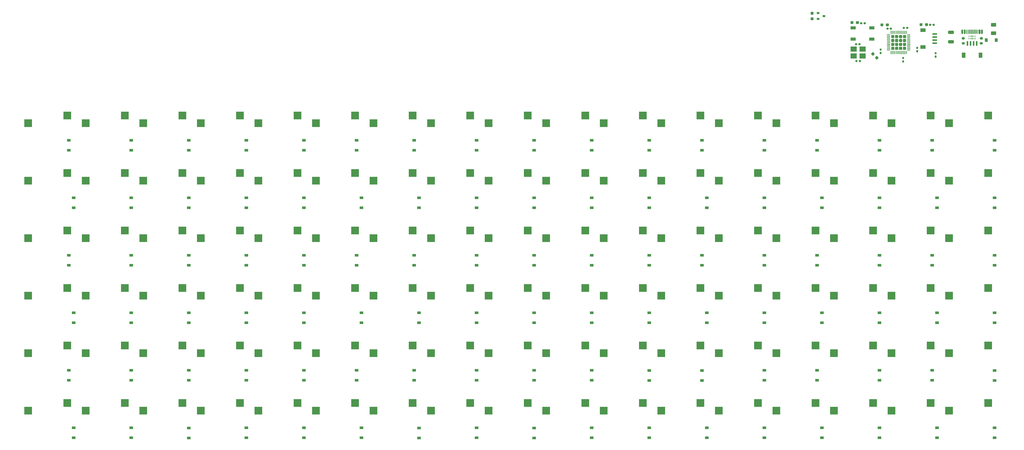
<source format=gbp>
G04 #@! TF.GenerationSoftware,KiCad,Pcbnew,(5.1.10)-1*
G04 #@! TF.CreationDate,2021-12-06T23:46:42-03:00*
G04 #@! TF.ProjectId,Poto-Rev2,506f746f-2d52-4657-9632-2e6b69636164,C3*
G04 #@! TF.SameCoordinates,Original*
G04 #@! TF.FileFunction,Paste,Bot*
G04 #@! TF.FilePolarity,Positive*
%FSLAX46Y46*%
G04 Gerber Fmt 4.6, Leading zero omitted, Abs format (unit mm)*
G04 Created by KiCad (PCBNEW (5.1.10)-1) date 2021-12-06 23:46:42*
%MOMM*%
%LPD*%
G01*
G04 APERTURE LIST*
%ADD10R,1.800000X1.100000*%
%ADD11R,2.550000X2.500000*%
%ADD12R,0.900000X0.800000*%
%ADD13R,1.200000X0.900000*%
%ADD14R,1.200000X1.800000*%
%ADD15R,0.600000X1.550000*%
%ADD16R,1.550000X0.600000*%
%ADD17R,1.800000X1.200000*%
%ADD18R,0.250000X0.550000*%
%ADD19R,0.300000X0.550000*%
%ADD20R,2.100000X1.800000*%
G04 APERTURE END LIST*
G36*
G01*
X319787500Y-90391000D02*
X319787500Y-90711000D01*
G75*
G02*
X319627500Y-90871000I-160000J0D01*
G01*
X319182500Y-90871000D01*
G75*
G02*
X319022500Y-90711000I0J160000D01*
G01*
X319022500Y-90391000D01*
G75*
G02*
X319182500Y-90231000I160000J0D01*
G01*
X319627500Y-90231000D01*
G75*
G02*
X319787500Y-90391000I0J-160000D01*
G01*
G37*
G36*
G01*
X320932500Y-90391000D02*
X320932500Y-90711000D01*
G75*
G02*
X320772500Y-90871000I-160000J0D01*
G01*
X320327500Y-90871000D01*
G75*
G02*
X320167500Y-90711000I0J160000D01*
G01*
X320167500Y-90391000D01*
G75*
G02*
X320327500Y-90231000I160000J0D01*
G01*
X320772500Y-90231000D01*
G75*
G02*
X320932500Y-90391000I0J-160000D01*
G01*
G37*
G36*
G01*
X342609500Y-90899000D02*
X342609500Y-91219000D01*
G75*
G02*
X342449500Y-91379000I-160000J0D01*
G01*
X342004500Y-91379000D01*
G75*
G02*
X341844500Y-91219000I0J160000D01*
G01*
X341844500Y-90899000D01*
G75*
G02*
X342004500Y-90739000I160000J0D01*
G01*
X342449500Y-90739000D01*
G75*
G02*
X342609500Y-90899000I0J-160000D01*
G01*
G37*
G36*
G01*
X343754500Y-90899000D02*
X343754500Y-91219000D01*
G75*
G02*
X343594500Y-91379000I-160000J0D01*
G01*
X343149500Y-91379000D01*
G75*
G02*
X342989500Y-91219000I0J160000D01*
G01*
X342989500Y-90899000D01*
G75*
G02*
X343149500Y-90739000I160000J0D01*
G01*
X343594500Y-90739000D01*
G75*
G02*
X343754500Y-90899000I0J-160000D01*
G01*
G37*
D10*
X316749500Y-95766500D03*
X322949500Y-95766500D03*
X316749500Y-92066500D03*
X322949500Y-92066500D03*
D11*
X291365000Y-161766250D03*
X304265000Y-159226250D03*
X329465000Y-161766250D03*
X342365000Y-159226250D03*
X253265000Y-161766250D03*
X266165000Y-159226250D03*
X158015000Y-161766250D03*
X170915000Y-159226250D03*
X348515000Y-123666250D03*
X361415000Y-121126250D03*
X100865000Y-161766250D03*
X113765000Y-159226250D03*
X100865000Y-123666250D03*
X113765000Y-121126250D03*
X81815000Y-123666250D03*
X94715000Y-121126250D03*
X62765000Y-142716250D03*
X75665000Y-140176250D03*
X62765000Y-199866250D03*
X75665000Y-197326250D03*
X43715000Y-199866250D03*
X56615000Y-197326250D03*
X81815000Y-180816250D03*
X94715000Y-178276250D03*
D12*
X307101750Y-88138000D03*
X305101750Y-87188000D03*
X305101750Y-89088000D03*
G36*
G01*
X302911500Y-88563000D02*
X303386500Y-88563000D01*
G75*
G02*
X303624000Y-88800500I0J-237500D01*
G01*
X303624000Y-89300500D01*
G75*
G02*
X303386500Y-89538000I-237500J0D01*
G01*
X302911500Y-89538000D01*
G75*
G02*
X302674000Y-89300500I0J237500D01*
G01*
X302674000Y-88800500D01*
G75*
G02*
X302911500Y-88563000I237500J0D01*
G01*
G37*
G36*
G01*
X302911500Y-86738000D02*
X303386500Y-86738000D01*
G75*
G02*
X303624000Y-86975500I0J-237500D01*
G01*
X303624000Y-87475500D01*
G75*
G02*
X303386500Y-87713000I-237500J0D01*
G01*
X302911500Y-87713000D01*
G75*
G02*
X302674000Y-87475500I0J237500D01*
G01*
X302674000Y-86975500D01*
G75*
G02*
X302911500Y-86738000I237500J0D01*
G01*
G37*
D11*
X43715000Y-123666250D03*
X56615000Y-121126250D03*
X62765000Y-161766250D03*
X75665000Y-159226250D03*
G36*
G01*
X337792000Y-98315500D02*
X338102000Y-98315500D01*
G75*
G02*
X338257000Y-98470500I0J-155000D01*
G01*
X338257000Y-98895500D01*
G75*
G02*
X338102000Y-99050500I-155000J0D01*
G01*
X337792000Y-99050500D01*
G75*
G02*
X337637000Y-98895500I0J155000D01*
G01*
X337637000Y-98470500D01*
G75*
G02*
X337792000Y-98315500I155000J0D01*
G01*
G37*
G36*
G01*
X337792000Y-99450500D02*
X338102000Y-99450500D01*
G75*
G02*
X338257000Y-99605500I0J-155000D01*
G01*
X338257000Y-100030500D01*
G75*
G02*
X338102000Y-100185500I-155000J0D01*
G01*
X337792000Y-100185500D01*
G75*
G02*
X337637000Y-100030500I0J155000D01*
G01*
X337637000Y-99605500D01*
G75*
G02*
X337792000Y-99450500I155000J0D01*
G01*
G37*
X158015000Y-218916250D03*
X170915000Y-216376250D03*
X196115000Y-142716250D03*
X209015000Y-140176250D03*
X177065000Y-218916250D03*
X189965000Y-216376250D03*
X196115000Y-199866250D03*
X209015000Y-197326250D03*
X177065000Y-199866250D03*
X189965000Y-197326250D03*
X62765000Y-218916250D03*
X75665000Y-216376250D03*
X81815000Y-199866250D03*
X94715000Y-197326250D03*
X177065000Y-123666250D03*
X189965000Y-121126250D03*
X177065000Y-180816250D03*
X189965000Y-178276250D03*
X158015000Y-123666250D03*
X170915000Y-121126250D03*
X158015000Y-142716250D03*
X170915000Y-140176250D03*
X177065000Y-161766250D03*
X189965000Y-159226250D03*
X158015000Y-199866250D03*
X170915000Y-197326250D03*
X196115000Y-180816250D03*
X209015000Y-178276250D03*
X158015000Y-180816250D03*
X170915000Y-178276250D03*
X196115000Y-218916250D03*
X209015000Y-216376250D03*
G36*
G01*
X335662500Y-94338500D02*
X335662500Y-94463500D01*
G75*
G02*
X335600000Y-94526000I-62500J0D01*
G01*
X334650000Y-94526000D01*
G75*
G02*
X334587500Y-94463500I0J62500D01*
G01*
X334587500Y-94338500D01*
G75*
G02*
X334650000Y-94276000I62500J0D01*
G01*
X335600000Y-94276000D01*
G75*
G02*
X335662500Y-94338500I0J-62500D01*
G01*
G37*
G36*
G01*
X335662500Y-94838500D02*
X335662500Y-94963500D01*
G75*
G02*
X335600000Y-95026000I-62500J0D01*
G01*
X334650000Y-95026000D01*
G75*
G02*
X334587500Y-94963500I0J62500D01*
G01*
X334587500Y-94838500D01*
G75*
G02*
X334650000Y-94776000I62500J0D01*
G01*
X335600000Y-94776000D01*
G75*
G02*
X335662500Y-94838500I0J-62500D01*
G01*
G37*
G36*
G01*
X335662500Y-95338500D02*
X335662500Y-95463500D01*
G75*
G02*
X335600000Y-95526000I-62500J0D01*
G01*
X334650000Y-95526000D01*
G75*
G02*
X334587500Y-95463500I0J62500D01*
G01*
X334587500Y-95338500D01*
G75*
G02*
X334650000Y-95276000I62500J0D01*
G01*
X335600000Y-95276000D01*
G75*
G02*
X335662500Y-95338500I0J-62500D01*
G01*
G37*
G36*
G01*
X335662500Y-95838500D02*
X335662500Y-95963500D01*
G75*
G02*
X335600000Y-96026000I-62500J0D01*
G01*
X334650000Y-96026000D01*
G75*
G02*
X334587500Y-95963500I0J62500D01*
G01*
X334587500Y-95838500D01*
G75*
G02*
X334650000Y-95776000I62500J0D01*
G01*
X335600000Y-95776000D01*
G75*
G02*
X335662500Y-95838500I0J-62500D01*
G01*
G37*
G36*
G01*
X335662500Y-96338500D02*
X335662500Y-96463500D01*
G75*
G02*
X335600000Y-96526000I-62500J0D01*
G01*
X334650000Y-96526000D01*
G75*
G02*
X334587500Y-96463500I0J62500D01*
G01*
X334587500Y-96338500D01*
G75*
G02*
X334650000Y-96276000I62500J0D01*
G01*
X335600000Y-96276000D01*
G75*
G02*
X335662500Y-96338500I0J-62500D01*
G01*
G37*
G36*
G01*
X335662500Y-96838500D02*
X335662500Y-96963500D01*
G75*
G02*
X335600000Y-97026000I-62500J0D01*
G01*
X334650000Y-97026000D01*
G75*
G02*
X334587500Y-96963500I0J62500D01*
G01*
X334587500Y-96838500D01*
G75*
G02*
X334650000Y-96776000I62500J0D01*
G01*
X335600000Y-96776000D01*
G75*
G02*
X335662500Y-96838500I0J-62500D01*
G01*
G37*
G36*
G01*
X335662500Y-97338500D02*
X335662500Y-97463500D01*
G75*
G02*
X335600000Y-97526000I-62500J0D01*
G01*
X334650000Y-97526000D01*
G75*
G02*
X334587500Y-97463500I0J62500D01*
G01*
X334587500Y-97338500D01*
G75*
G02*
X334650000Y-97276000I62500J0D01*
G01*
X335600000Y-97276000D01*
G75*
G02*
X335662500Y-97338500I0J-62500D01*
G01*
G37*
G36*
G01*
X335662500Y-97838500D02*
X335662500Y-97963500D01*
G75*
G02*
X335600000Y-98026000I-62500J0D01*
G01*
X334650000Y-98026000D01*
G75*
G02*
X334587500Y-97963500I0J62500D01*
G01*
X334587500Y-97838500D01*
G75*
G02*
X334650000Y-97776000I62500J0D01*
G01*
X335600000Y-97776000D01*
G75*
G02*
X335662500Y-97838500I0J-62500D01*
G01*
G37*
G36*
G01*
X335662500Y-98338500D02*
X335662500Y-98463500D01*
G75*
G02*
X335600000Y-98526000I-62500J0D01*
G01*
X334650000Y-98526000D01*
G75*
G02*
X334587500Y-98463500I0J62500D01*
G01*
X334587500Y-98338500D01*
G75*
G02*
X334650000Y-98276000I62500J0D01*
G01*
X335600000Y-98276000D01*
G75*
G02*
X335662500Y-98338500I0J-62500D01*
G01*
G37*
G36*
G01*
X335662500Y-98838500D02*
X335662500Y-98963500D01*
G75*
G02*
X335600000Y-99026000I-62500J0D01*
G01*
X334650000Y-99026000D01*
G75*
G02*
X334587500Y-98963500I0J62500D01*
G01*
X334587500Y-98838500D01*
G75*
G02*
X334650000Y-98776000I62500J0D01*
G01*
X335600000Y-98776000D01*
G75*
G02*
X335662500Y-98838500I0J-62500D01*
G01*
G37*
G36*
G01*
X335662500Y-99338500D02*
X335662500Y-99463500D01*
G75*
G02*
X335600000Y-99526000I-62500J0D01*
G01*
X334650000Y-99526000D01*
G75*
G02*
X334587500Y-99463500I0J62500D01*
G01*
X334587500Y-99338500D01*
G75*
G02*
X334650000Y-99276000I62500J0D01*
G01*
X335600000Y-99276000D01*
G75*
G02*
X335662500Y-99338500I0J-62500D01*
G01*
G37*
G36*
G01*
X334412500Y-99763500D02*
X334412500Y-100713500D01*
G75*
G02*
X334350000Y-100776000I-62500J0D01*
G01*
X334225000Y-100776000D01*
G75*
G02*
X334162500Y-100713500I0J62500D01*
G01*
X334162500Y-99763500D01*
G75*
G02*
X334225000Y-99701000I62500J0D01*
G01*
X334350000Y-99701000D01*
G75*
G02*
X334412500Y-99763500I0J-62500D01*
G01*
G37*
G36*
G01*
X333912500Y-99763500D02*
X333912500Y-100713500D01*
G75*
G02*
X333850000Y-100776000I-62500J0D01*
G01*
X333725000Y-100776000D01*
G75*
G02*
X333662500Y-100713500I0J62500D01*
G01*
X333662500Y-99763500D01*
G75*
G02*
X333725000Y-99701000I62500J0D01*
G01*
X333850000Y-99701000D01*
G75*
G02*
X333912500Y-99763500I0J-62500D01*
G01*
G37*
G36*
G01*
X333412500Y-99763500D02*
X333412500Y-100713500D01*
G75*
G02*
X333350000Y-100776000I-62500J0D01*
G01*
X333225000Y-100776000D01*
G75*
G02*
X333162500Y-100713500I0J62500D01*
G01*
X333162500Y-99763500D01*
G75*
G02*
X333225000Y-99701000I62500J0D01*
G01*
X333350000Y-99701000D01*
G75*
G02*
X333412500Y-99763500I0J-62500D01*
G01*
G37*
G36*
G01*
X332912500Y-99763500D02*
X332912500Y-100713500D01*
G75*
G02*
X332850000Y-100776000I-62500J0D01*
G01*
X332725000Y-100776000D01*
G75*
G02*
X332662500Y-100713500I0J62500D01*
G01*
X332662500Y-99763500D01*
G75*
G02*
X332725000Y-99701000I62500J0D01*
G01*
X332850000Y-99701000D01*
G75*
G02*
X332912500Y-99763500I0J-62500D01*
G01*
G37*
G36*
G01*
X332412500Y-99763500D02*
X332412500Y-100713500D01*
G75*
G02*
X332350000Y-100776000I-62500J0D01*
G01*
X332225000Y-100776000D01*
G75*
G02*
X332162500Y-100713500I0J62500D01*
G01*
X332162500Y-99763500D01*
G75*
G02*
X332225000Y-99701000I62500J0D01*
G01*
X332350000Y-99701000D01*
G75*
G02*
X332412500Y-99763500I0J-62500D01*
G01*
G37*
G36*
G01*
X331912500Y-99763500D02*
X331912500Y-100713500D01*
G75*
G02*
X331850000Y-100776000I-62500J0D01*
G01*
X331725000Y-100776000D01*
G75*
G02*
X331662500Y-100713500I0J62500D01*
G01*
X331662500Y-99763500D01*
G75*
G02*
X331725000Y-99701000I62500J0D01*
G01*
X331850000Y-99701000D01*
G75*
G02*
X331912500Y-99763500I0J-62500D01*
G01*
G37*
G36*
G01*
X331412500Y-99763500D02*
X331412500Y-100713500D01*
G75*
G02*
X331350000Y-100776000I-62500J0D01*
G01*
X331225000Y-100776000D01*
G75*
G02*
X331162500Y-100713500I0J62500D01*
G01*
X331162500Y-99763500D01*
G75*
G02*
X331225000Y-99701000I62500J0D01*
G01*
X331350000Y-99701000D01*
G75*
G02*
X331412500Y-99763500I0J-62500D01*
G01*
G37*
G36*
G01*
X330912500Y-99763500D02*
X330912500Y-100713500D01*
G75*
G02*
X330850000Y-100776000I-62500J0D01*
G01*
X330725000Y-100776000D01*
G75*
G02*
X330662500Y-100713500I0J62500D01*
G01*
X330662500Y-99763500D01*
G75*
G02*
X330725000Y-99701000I62500J0D01*
G01*
X330850000Y-99701000D01*
G75*
G02*
X330912500Y-99763500I0J-62500D01*
G01*
G37*
G36*
G01*
X330412500Y-99763500D02*
X330412500Y-100713500D01*
G75*
G02*
X330350000Y-100776000I-62500J0D01*
G01*
X330225000Y-100776000D01*
G75*
G02*
X330162500Y-100713500I0J62500D01*
G01*
X330162500Y-99763500D01*
G75*
G02*
X330225000Y-99701000I62500J0D01*
G01*
X330350000Y-99701000D01*
G75*
G02*
X330412500Y-99763500I0J-62500D01*
G01*
G37*
G36*
G01*
X329912500Y-99763500D02*
X329912500Y-100713500D01*
G75*
G02*
X329850000Y-100776000I-62500J0D01*
G01*
X329725000Y-100776000D01*
G75*
G02*
X329662500Y-100713500I0J62500D01*
G01*
X329662500Y-99763500D01*
G75*
G02*
X329725000Y-99701000I62500J0D01*
G01*
X329850000Y-99701000D01*
G75*
G02*
X329912500Y-99763500I0J-62500D01*
G01*
G37*
G36*
G01*
X329412500Y-99763500D02*
X329412500Y-100713500D01*
G75*
G02*
X329350000Y-100776000I-62500J0D01*
G01*
X329225000Y-100776000D01*
G75*
G02*
X329162500Y-100713500I0J62500D01*
G01*
X329162500Y-99763500D01*
G75*
G02*
X329225000Y-99701000I62500J0D01*
G01*
X329350000Y-99701000D01*
G75*
G02*
X329412500Y-99763500I0J-62500D01*
G01*
G37*
G36*
G01*
X328987500Y-99338500D02*
X328987500Y-99463500D01*
G75*
G02*
X328925000Y-99526000I-62500J0D01*
G01*
X327975000Y-99526000D01*
G75*
G02*
X327912500Y-99463500I0J62500D01*
G01*
X327912500Y-99338500D01*
G75*
G02*
X327975000Y-99276000I62500J0D01*
G01*
X328925000Y-99276000D01*
G75*
G02*
X328987500Y-99338500I0J-62500D01*
G01*
G37*
G36*
G01*
X328987500Y-98838500D02*
X328987500Y-98963500D01*
G75*
G02*
X328925000Y-99026000I-62500J0D01*
G01*
X327975000Y-99026000D01*
G75*
G02*
X327912500Y-98963500I0J62500D01*
G01*
X327912500Y-98838500D01*
G75*
G02*
X327975000Y-98776000I62500J0D01*
G01*
X328925000Y-98776000D01*
G75*
G02*
X328987500Y-98838500I0J-62500D01*
G01*
G37*
G36*
G01*
X328987500Y-98338500D02*
X328987500Y-98463500D01*
G75*
G02*
X328925000Y-98526000I-62500J0D01*
G01*
X327975000Y-98526000D01*
G75*
G02*
X327912500Y-98463500I0J62500D01*
G01*
X327912500Y-98338500D01*
G75*
G02*
X327975000Y-98276000I62500J0D01*
G01*
X328925000Y-98276000D01*
G75*
G02*
X328987500Y-98338500I0J-62500D01*
G01*
G37*
G36*
G01*
X328987500Y-97838500D02*
X328987500Y-97963500D01*
G75*
G02*
X328925000Y-98026000I-62500J0D01*
G01*
X327975000Y-98026000D01*
G75*
G02*
X327912500Y-97963500I0J62500D01*
G01*
X327912500Y-97838500D01*
G75*
G02*
X327975000Y-97776000I62500J0D01*
G01*
X328925000Y-97776000D01*
G75*
G02*
X328987500Y-97838500I0J-62500D01*
G01*
G37*
G36*
G01*
X328987500Y-97338500D02*
X328987500Y-97463500D01*
G75*
G02*
X328925000Y-97526000I-62500J0D01*
G01*
X327975000Y-97526000D01*
G75*
G02*
X327912500Y-97463500I0J62500D01*
G01*
X327912500Y-97338500D01*
G75*
G02*
X327975000Y-97276000I62500J0D01*
G01*
X328925000Y-97276000D01*
G75*
G02*
X328987500Y-97338500I0J-62500D01*
G01*
G37*
G36*
G01*
X328987500Y-96838500D02*
X328987500Y-96963500D01*
G75*
G02*
X328925000Y-97026000I-62500J0D01*
G01*
X327975000Y-97026000D01*
G75*
G02*
X327912500Y-96963500I0J62500D01*
G01*
X327912500Y-96838500D01*
G75*
G02*
X327975000Y-96776000I62500J0D01*
G01*
X328925000Y-96776000D01*
G75*
G02*
X328987500Y-96838500I0J-62500D01*
G01*
G37*
G36*
G01*
X328987500Y-96338500D02*
X328987500Y-96463500D01*
G75*
G02*
X328925000Y-96526000I-62500J0D01*
G01*
X327975000Y-96526000D01*
G75*
G02*
X327912500Y-96463500I0J62500D01*
G01*
X327912500Y-96338500D01*
G75*
G02*
X327975000Y-96276000I62500J0D01*
G01*
X328925000Y-96276000D01*
G75*
G02*
X328987500Y-96338500I0J-62500D01*
G01*
G37*
G36*
G01*
X328987500Y-95838500D02*
X328987500Y-95963500D01*
G75*
G02*
X328925000Y-96026000I-62500J0D01*
G01*
X327975000Y-96026000D01*
G75*
G02*
X327912500Y-95963500I0J62500D01*
G01*
X327912500Y-95838500D01*
G75*
G02*
X327975000Y-95776000I62500J0D01*
G01*
X328925000Y-95776000D01*
G75*
G02*
X328987500Y-95838500I0J-62500D01*
G01*
G37*
G36*
G01*
X328987500Y-95338500D02*
X328987500Y-95463500D01*
G75*
G02*
X328925000Y-95526000I-62500J0D01*
G01*
X327975000Y-95526000D01*
G75*
G02*
X327912500Y-95463500I0J62500D01*
G01*
X327912500Y-95338500D01*
G75*
G02*
X327975000Y-95276000I62500J0D01*
G01*
X328925000Y-95276000D01*
G75*
G02*
X328987500Y-95338500I0J-62500D01*
G01*
G37*
G36*
G01*
X328987500Y-94838500D02*
X328987500Y-94963500D01*
G75*
G02*
X328925000Y-95026000I-62500J0D01*
G01*
X327975000Y-95026000D01*
G75*
G02*
X327912500Y-94963500I0J62500D01*
G01*
X327912500Y-94838500D01*
G75*
G02*
X327975000Y-94776000I62500J0D01*
G01*
X328925000Y-94776000D01*
G75*
G02*
X328987500Y-94838500I0J-62500D01*
G01*
G37*
G36*
G01*
X328987500Y-94338500D02*
X328987500Y-94463500D01*
G75*
G02*
X328925000Y-94526000I-62500J0D01*
G01*
X327975000Y-94526000D01*
G75*
G02*
X327912500Y-94463500I0J62500D01*
G01*
X327912500Y-94338500D01*
G75*
G02*
X327975000Y-94276000I62500J0D01*
G01*
X328925000Y-94276000D01*
G75*
G02*
X328987500Y-94338500I0J-62500D01*
G01*
G37*
G36*
G01*
X329412500Y-93088500D02*
X329412500Y-94038500D01*
G75*
G02*
X329350000Y-94101000I-62500J0D01*
G01*
X329225000Y-94101000D01*
G75*
G02*
X329162500Y-94038500I0J62500D01*
G01*
X329162500Y-93088500D01*
G75*
G02*
X329225000Y-93026000I62500J0D01*
G01*
X329350000Y-93026000D01*
G75*
G02*
X329412500Y-93088500I0J-62500D01*
G01*
G37*
G36*
G01*
X329912500Y-93088500D02*
X329912500Y-94038500D01*
G75*
G02*
X329850000Y-94101000I-62500J0D01*
G01*
X329725000Y-94101000D01*
G75*
G02*
X329662500Y-94038500I0J62500D01*
G01*
X329662500Y-93088500D01*
G75*
G02*
X329725000Y-93026000I62500J0D01*
G01*
X329850000Y-93026000D01*
G75*
G02*
X329912500Y-93088500I0J-62500D01*
G01*
G37*
G36*
G01*
X330412500Y-93088500D02*
X330412500Y-94038500D01*
G75*
G02*
X330350000Y-94101000I-62500J0D01*
G01*
X330225000Y-94101000D01*
G75*
G02*
X330162500Y-94038500I0J62500D01*
G01*
X330162500Y-93088500D01*
G75*
G02*
X330225000Y-93026000I62500J0D01*
G01*
X330350000Y-93026000D01*
G75*
G02*
X330412500Y-93088500I0J-62500D01*
G01*
G37*
G36*
G01*
X330912500Y-93088500D02*
X330912500Y-94038500D01*
G75*
G02*
X330850000Y-94101000I-62500J0D01*
G01*
X330725000Y-94101000D01*
G75*
G02*
X330662500Y-94038500I0J62500D01*
G01*
X330662500Y-93088500D01*
G75*
G02*
X330725000Y-93026000I62500J0D01*
G01*
X330850000Y-93026000D01*
G75*
G02*
X330912500Y-93088500I0J-62500D01*
G01*
G37*
G36*
G01*
X331412500Y-93088500D02*
X331412500Y-94038500D01*
G75*
G02*
X331350000Y-94101000I-62500J0D01*
G01*
X331225000Y-94101000D01*
G75*
G02*
X331162500Y-94038500I0J62500D01*
G01*
X331162500Y-93088500D01*
G75*
G02*
X331225000Y-93026000I62500J0D01*
G01*
X331350000Y-93026000D01*
G75*
G02*
X331412500Y-93088500I0J-62500D01*
G01*
G37*
G36*
G01*
X331912500Y-93088500D02*
X331912500Y-94038500D01*
G75*
G02*
X331850000Y-94101000I-62500J0D01*
G01*
X331725000Y-94101000D01*
G75*
G02*
X331662500Y-94038500I0J62500D01*
G01*
X331662500Y-93088500D01*
G75*
G02*
X331725000Y-93026000I62500J0D01*
G01*
X331850000Y-93026000D01*
G75*
G02*
X331912500Y-93088500I0J-62500D01*
G01*
G37*
G36*
G01*
X332412500Y-93088500D02*
X332412500Y-94038500D01*
G75*
G02*
X332350000Y-94101000I-62500J0D01*
G01*
X332225000Y-94101000D01*
G75*
G02*
X332162500Y-94038500I0J62500D01*
G01*
X332162500Y-93088500D01*
G75*
G02*
X332225000Y-93026000I62500J0D01*
G01*
X332350000Y-93026000D01*
G75*
G02*
X332412500Y-93088500I0J-62500D01*
G01*
G37*
G36*
G01*
X332912500Y-93088500D02*
X332912500Y-94038500D01*
G75*
G02*
X332850000Y-94101000I-62500J0D01*
G01*
X332725000Y-94101000D01*
G75*
G02*
X332662500Y-94038500I0J62500D01*
G01*
X332662500Y-93088500D01*
G75*
G02*
X332725000Y-93026000I62500J0D01*
G01*
X332850000Y-93026000D01*
G75*
G02*
X332912500Y-93088500I0J-62500D01*
G01*
G37*
G36*
G01*
X333412500Y-93088500D02*
X333412500Y-94038500D01*
G75*
G02*
X333350000Y-94101000I-62500J0D01*
G01*
X333225000Y-94101000D01*
G75*
G02*
X333162500Y-94038500I0J62500D01*
G01*
X333162500Y-93088500D01*
G75*
G02*
X333225000Y-93026000I62500J0D01*
G01*
X333350000Y-93026000D01*
G75*
G02*
X333412500Y-93088500I0J-62500D01*
G01*
G37*
G36*
G01*
X333912500Y-93088500D02*
X333912500Y-94038500D01*
G75*
G02*
X333850000Y-94101000I-62500J0D01*
G01*
X333725000Y-94101000D01*
G75*
G02*
X333662500Y-94038500I0J62500D01*
G01*
X333662500Y-93088500D01*
G75*
G02*
X333725000Y-93026000I62500J0D01*
G01*
X333850000Y-93026000D01*
G75*
G02*
X333912500Y-93088500I0J-62500D01*
G01*
G37*
G36*
G01*
X334412500Y-93088500D02*
X334412500Y-94038500D01*
G75*
G02*
X334350000Y-94101000I-62500J0D01*
G01*
X334225000Y-94101000D01*
G75*
G02*
X334162500Y-94038500I0J62500D01*
G01*
X334162500Y-93088500D01*
G75*
G02*
X334225000Y-93026000I62500J0D01*
G01*
X334350000Y-93026000D01*
G75*
G02*
X334412500Y-93088500I0J-62500D01*
G01*
G37*
G36*
G01*
X334262500Y-94675999D02*
X334262500Y-95226001D01*
G75*
G02*
X334012501Y-95476000I-249999J0D01*
G01*
X333462499Y-95476000D01*
G75*
G02*
X333212500Y-95226001I0J249999D01*
G01*
X333212500Y-94675999D01*
G75*
G02*
X333462499Y-94426000I249999J0D01*
G01*
X334012501Y-94426000D01*
G75*
G02*
X334262500Y-94675999I0J-249999D01*
G01*
G37*
G36*
G01*
X334262500Y-95975999D02*
X334262500Y-96526001D01*
G75*
G02*
X334012501Y-96776000I-249999J0D01*
G01*
X333462499Y-96776000D01*
G75*
G02*
X333212500Y-96526001I0J249999D01*
G01*
X333212500Y-95975999D01*
G75*
G02*
X333462499Y-95726000I249999J0D01*
G01*
X334012501Y-95726000D01*
G75*
G02*
X334262500Y-95975999I0J-249999D01*
G01*
G37*
G36*
G01*
X334262500Y-97275999D02*
X334262500Y-97826001D01*
G75*
G02*
X334012501Y-98076000I-249999J0D01*
G01*
X333462499Y-98076000D01*
G75*
G02*
X333212500Y-97826001I0J249999D01*
G01*
X333212500Y-97275999D01*
G75*
G02*
X333462499Y-97026000I249999J0D01*
G01*
X334012501Y-97026000D01*
G75*
G02*
X334262500Y-97275999I0J-249999D01*
G01*
G37*
G36*
G01*
X334262500Y-98575999D02*
X334262500Y-99126001D01*
G75*
G02*
X334012501Y-99376000I-249999J0D01*
G01*
X333462499Y-99376000D01*
G75*
G02*
X333212500Y-99126001I0J249999D01*
G01*
X333212500Y-98575999D01*
G75*
G02*
X333462499Y-98326000I249999J0D01*
G01*
X334012501Y-98326000D01*
G75*
G02*
X334262500Y-98575999I0J-249999D01*
G01*
G37*
G36*
G01*
X332962500Y-94675999D02*
X332962500Y-95226001D01*
G75*
G02*
X332712501Y-95476000I-249999J0D01*
G01*
X332162499Y-95476000D01*
G75*
G02*
X331912500Y-95226001I0J249999D01*
G01*
X331912500Y-94675999D01*
G75*
G02*
X332162499Y-94426000I249999J0D01*
G01*
X332712501Y-94426000D01*
G75*
G02*
X332962500Y-94675999I0J-249999D01*
G01*
G37*
G36*
G01*
X332962500Y-95975999D02*
X332962500Y-96526001D01*
G75*
G02*
X332712501Y-96776000I-249999J0D01*
G01*
X332162499Y-96776000D01*
G75*
G02*
X331912500Y-96526001I0J249999D01*
G01*
X331912500Y-95975999D01*
G75*
G02*
X332162499Y-95726000I249999J0D01*
G01*
X332712501Y-95726000D01*
G75*
G02*
X332962500Y-95975999I0J-249999D01*
G01*
G37*
G36*
G01*
X332962500Y-97275999D02*
X332962500Y-97826001D01*
G75*
G02*
X332712501Y-98076000I-249999J0D01*
G01*
X332162499Y-98076000D01*
G75*
G02*
X331912500Y-97826001I0J249999D01*
G01*
X331912500Y-97275999D01*
G75*
G02*
X332162499Y-97026000I249999J0D01*
G01*
X332712501Y-97026000D01*
G75*
G02*
X332962500Y-97275999I0J-249999D01*
G01*
G37*
G36*
G01*
X332962500Y-98575999D02*
X332962500Y-99126001D01*
G75*
G02*
X332712501Y-99376000I-249999J0D01*
G01*
X332162499Y-99376000D01*
G75*
G02*
X331912500Y-99126001I0J249999D01*
G01*
X331912500Y-98575999D01*
G75*
G02*
X332162499Y-98326000I249999J0D01*
G01*
X332712501Y-98326000D01*
G75*
G02*
X332962500Y-98575999I0J-249999D01*
G01*
G37*
G36*
G01*
X331662500Y-94675999D02*
X331662500Y-95226001D01*
G75*
G02*
X331412501Y-95476000I-249999J0D01*
G01*
X330862499Y-95476000D01*
G75*
G02*
X330612500Y-95226001I0J249999D01*
G01*
X330612500Y-94675999D01*
G75*
G02*
X330862499Y-94426000I249999J0D01*
G01*
X331412501Y-94426000D01*
G75*
G02*
X331662500Y-94675999I0J-249999D01*
G01*
G37*
G36*
G01*
X331662500Y-95975999D02*
X331662500Y-96526001D01*
G75*
G02*
X331412501Y-96776000I-249999J0D01*
G01*
X330862499Y-96776000D01*
G75*
G02*
X330612500Y-96526001I0J249999D01*
G01*
X330612500Y-95975999D01*
G75*
G02*
X330862499Y-95726000I249999J0D01*
G01*
X331412501Y-95726000D01*
G75*
G02*
X331662500Y-95975999I0J-249999D01*
G01*
G37*
G36*
G01*
X331662500Y-97275999D02*
X331662500Y-97826001D01*
G75*
G02*
X331412501Y-98076000I-249999J0D01*
G01*
X330862499Y-98076000D01*
G75*
G02*
X330612500Y-97826001I0J249999D01*
G01*
X330612500Y-97275999D01*
G75*
G02*
X330862499Y-97026000I249999J0D01*
G01*
X331412501Y-97026000D01*
G75*
G02*
X331662500Y-97275999I0J-249999D01*
G01*
G37*
G36*
G01*
X331662500Y-98575999D02*
X331662500Y-99126001D01*
G75*
G02*
X331412501Y-99376000I-249999J0D01*
G01*
X330862499Y-99376000D01*
G75*
G02*
X330612500Y-99126001I0J249999D01*
G01*
X330612500Y-98575999D01*
G75*
G02*
X330862499Y-98326000I249999J0D01*
G01*
X331412501Y-98326000D01*
G75*
G02*
X331662500Y-98575999I0J-249999D01*
G01*
G37*
G36*
G01*
X330362500Y-94675999D02*
X330362500Y-95226001D01*
G75*
G02*
X330112501Y-95476000I-249999J0D01*
G01*
X329562499Y-95476000D01*
G75*
G02*
X329312500Y-95226001I0J249999D01*
G01*
X329312500Y-94675999D01*
G75*
G02*
X329562499Y-94426000I249999J0D01*
G01*
X330112501Y-94426000D01*
G75*
G02*
X330362500Y-94675999I0J-249999D01*
G01*
G37*
G36*
G01*
X330362500Y-95975999D02*
X330362500Y-96526001D01*
G75*
G02*
X330112501Y-96776000I-249999J0D01*
G01*
X329562499Y-96776000D01*
G75*
G02*
X329312500Y-96526001I0J249999D01*
G01*
X329312500Y-95975999D01*
G75*
G02*
X329562499Y-95726000I249999J0D01*
G01*
X330112501Y-95726000D01*
G75*
G02*
X330362500Y-95975999I0J-249999D01*
G01*
G37*
G36*
G01*
X330362500Y-97275999D02*
X330362500Y-97826001D01*
G75*
G02*
X330112501Y-98076000I-249999J0D01*
G01*
X329562499Y-98076000D01*
G75*
G02*
X329312500Y-97826001I0J249999D01*
G01*
X329312500Y-97275999D01*
G75*
G02*
X329562499Y-97026000I249999J0D01*
G01*
X330112501Y-97026000D01*
G75*
G02*
X330362500Y-97275999I0J-249999D01*
G01*
G37*
G36*
G01*
X330362500Y-98575999D02*
X330362500Y-99126001D01*
G75*
G02*
X330112501Y-99376000I-249999J0D01*
G01*
X329562499Y-99376000D01*
G75*
G02*
X329312500Y-99126001I0J249999D01*
G01*
X329312500Y-98575999D01*
G75*
G02*
X329562499Y-98326000I249999J0D01*
G01*
X330112501Y-98326000D01*
G75*
G02*
X330362500Y-98575999I0J-249999D01*
G01*
G37*
G36*
G01*
X329611000Y-92174000D02*
X329611000Y-92484000D01*
G75*
G02*
X329456000Y-92639000I-155000J0D01*
G01*
X329031000Y-92639000D01*
G75*
G02*
X328876000Y-92484000I0J155000D01*
G01*
X328876000Y-92174000D01*
G75*
G02*
X329031000Y-92019000I155000J0D01*
G01*
X329456000Y-92019000D01*
G75*
G02*
X329611000Y-92174000I0J-155000D01*
G01*
G37*
G36*
G01*
X328476000Y-92174000D02*
X328476000Y-92484000D01*
G75*
G02*
X328321000Y-92639000I-155000J0D01*
G01*
X327896000Y-92639000D01*
G75*
G02*
X327741000Y-92484000I0J155000D01*
G01*
X327741000Y-92174000D01*
G75*
G02*
X327896000Y-92019000I155000J0D01*
G01*
X328321000Y-92019000D01*
G75*
G02*
X328476000Y-92174000I0J-155000D01*
G01*
G37*
G36*
G01*
X333156500Y-101681000D02*
X333466500Y-101681000D01*
G75*
G02*
X333621500Y-101836000I0J-155000D01*
G01*
X333621500Y-102261000D01*
G75*
G02*
X333466500Y-102416000I-155000J0D01*
G01*
X333156500Y-102416000D01*
G75*
G02*
X333001500Y-102261000I0J155000D01*
G01*
X333001500Y-101836000D01*
G75*
G02*
X333156500Y-101681000I155000J0D01*
G01*
G37*
G36*
G01*
X333156500Y-102816000D02*
X333466500Y-102816000D01*
G75*
G02*
X333621500Y-102971000I0J-155000D01*
G01*
X333621500Y-103396000D01*
G75*
G02*
X333466500Y-103551000I-155000J0D01*
G01*
X333156500Y-103551000D01*
G75*
G02*
X333001500Y-103396000I0J155000D01*
G01*
X333001500Y-102971000D01*
G75*
G02*
X333156500Y-102816000I155000J0D01*
G01*
G37*
G36*
G01*
X333134500Y-92230000D02*
X333134500Y-91920000D01*
G75*
G02*
X333289500Y-91765000I155000J0D01*
G01*
X333714500Y-91765000D01*
G75*
G02*
X333869500Y-91920000I0J-155000D01*
G01*
X333869500Y-92230000D01*
G75*
G02*
X333714500Y-92385000I-155000J0D01*
G01*
X333289500Y-92385000D01*
G75*
G02*
X333134500Y-92230000I0J155000D01*
G01*
G37*
G36*
G01*
X334269500Y-92230000D02*
X334269500Y-91920000D01*
G75*
G02*
X334424500Y-91765000I155000J0D01*
G01*
X334849500Y-91765000D01*
G75*
G02*
X335004500Y-91920000I0J-155000D01*
G01*
X335004500Y-92230000D01*
G75*
G02*
X334849500Y-92385000I-155000J0D01*
G01*
X334424500Y-92385000D01*
G75*
G02*
X334269500Y-92230000I0J155000D01*
G01*
G37*
G36*
G01*
X319324000Y-102905500D02*
X319324000Y-103215500D01*
G75*
G02*
X319169000Y-103370500I-155000J0D01*
G01*
X318744000Y-103370500D01*
G75*
G02*
X318589000Y-103215500I0J155000D01*
G01*
X318589000Y-102905500D01*
G75*
G02*
X318744000Y-102750500I155000J0D01*
G01*
X319169000Y-102750500D01*
G75*
G02*
X319324000Y-102905500I0J-155000D01*
G01*
G37*
G36*
G01*
X318189000Y-102905500D02*
X318189000Y-103215500D01*
G75*
G02*
X318034000Y-103370500I-155000J0D01*
G01*
X317609000Y-103370500D01*
G75*
G02*
X317454000Y-103215500I0J155000D01*
G01*
X317454000Y-102905500D01*
G75*
G02*
X317609000Y-102750500I155000J0D01*
G01*
X318034000Y-102750500D01*
G75*
G02*
X318189000Y-102905500I0J-155000D01*
G01*
G37*
G36*
G01*
X317327000Y-97627500D02*
X317327000Y-97317500D01*
G75*
G02*
X317482000Y-97162500I155000J0D01*
G01*
X317907000Y-97162500D01*
G75*
G02*
X318062000Y-97317500I0J-155000D01*
G01*
X318062000Y-97627500D01*
G75*
G02*
X317907000Y-97782500I-155000J0D01*
G01*
X317482000Y-97782500D01*
G75*
G02*
X317327000Y-97627500I0J155000D01*
G01*
G37*
G36*
G01*
X318462000Y-97627500D02*
X318462000Y-97317500D01*
G75*
G02*
X318617000Y-97162500I155000J0D01*
G01*
X319042000Y-97162500D01*
G75*
G02*
X319197000Y-97317500I0J-155000D01*
G01*
X319197000Y-97627500D01*
G75*
G02*
X319042000Y-97782500I-155000J0D01*
G01*
X318617000Y-97782500D01*
G75*
G02*
X318462000Y-97627500I0J155000D01*
G01*
G37*
G36*
G01*
X325663500Y-98887000D02*
X325973500Y-98887000D01*
G75*
G02*
X326128500Y-99042000I0J-155000D01*
G01*
X326128500Y-99467000D01*
G75*
G02*
X325973500Y-99622000I-155000J0D01*
G01*
X325663500Y-99622000D01*
G75*
G02*
X325508500Y-99467000I0J155000D01*
G01*
X325508500Y-99042000D01*
G75*
G02*
X325663500Y-98887000I155000J0D01*
G01*
G37*
G36*
G01*
X325663500Y-100022000D02*
X325973500Y-100022000D01*
G75*
G02*
X326128500Y-100177000I0J-155000D01*
G01*
X326128500Y-100602000D01*
G75*
G02*
X325973500Y-100757000I-155000J0D01*
G01*
X325663500Y-100757000D01*
G75*
G02*
X325508500Y-100602000I0J155000D01*
G01*
X325508500Y-100177000D01*
G75*
G02*
X325663500Y-100022000I155000J0D01*
G01*
G37*
G36*
G01*
X343888000Y-100089500D02*
X344198000Y-100089500D01*
G75*
G02*
X344353000Y-100244500I0J-155000D01*
G01*
X344353000Y-100669500D01*
G75*
G02*
X344198000Y-100824500I-155000J0D01*
G01*
X343888000Y-100824500D01*
G75*
G02*
X343733000Y-100669500I0J155000D01*
G01*
X343733000Y-100244500D01*
G75*
G02*
X343888000Y-100089500I155000J0D01*
G01*
G37*
G36*
G01*
X343888000Y-101224500D02*
X344198000Y-101224500D01*
G75*
G02*
X344353000Y-101379500I0J-155000D01*
G01*
X344353000Y-101804500D01*
G75*
G02*
X344198000Y-101959500I-155000J0D01*
G01*
X343888000Y-101959500D01*
G75*
G02*
X343733000Y-101804500I0J155000D01*
G01*
X343733000Y-101379500D01*
G75*
G02*
X343888000Y-101224500I155000J0D01*
G01*
G37*
D13*
X192087500Y-132618750D03*
X192087500Y-129318750D03*
X173037500Y-227931250D03*
X173037500Y-224631250D03*
X211137500Y-151668750D03*
X211137500Y-148368750D03*
X171450000Y-208818750D03*
X171450000Y-205518750D03*
X115887500Y-208818750D03*
X115887500Y-205518750D03*
X171450000Y-132618750D03*
X171450000Y-129318750D03*
X230187500Y-170718750D03*
X230187500Y-167418750D03*
X134937500Y-132618750D03*
X134937500Y-129318750D03*
X192087500Y-208818750D03*
X192087500Y-205518750D03*
X153987500Y-189768750D03*
X153987500Y-186468750D03*
X211137500Y-132618750D03*
X211137500Y-129318750D03*
X211137500Y-170718750D03*
X211137500Y-167418750D03*
X152400000Y-132618750D03*
X152400000Y-129318750D03*
X192087500Y-151668750D03*
X192087500Y-148368750D03*
X173037500Y-189768750D03*
X173037500Y-186468750D03*
X115887500Y-189768750D03*
X115887500Y-186468750D03*
X115887500Y-227868750D03*
X115887500Y-224568750D03*
X230187500Y-132618750D03*
X230187500Y-129318750D03*
X153987500Y-151668750D03*
X153987500Y-148368750D03*
X152400000Y-208818750D03*
X152400000Y-205518750D03*
X230187500Y-151668750D03*
X230187500Y-148368750D03*
X192087500Y-170718750D03*
X192087500Y-167418750D03*
X134937500Y-170718750D03*
X134937500Y-167418750D03*
X134937500Y-151668750D03*
X134937500Y-148368750D03*
X134937500Y-227868750D03*
X134937500Y-224568750D03*
X211137500Y-227931250D03*
X211137500Y-224631250D03*
X211137500Y-208818750D03*
X211137500Y-205518750D03*
X192087500Y-227868750D03*
X192087500Y-224568750D03*
X134937500Y-208818750D03*
X134937500Y-205518750D03*
X152400000Y-170718750D03*
X152400000Y-167418750D03*
X173037500Y-151668750D03*
X173037500Y-148368750D03*
X192087500Y-189768750D03*
X192087500Y-186468750D03*
X153987500Y-227868750D03*
X153987500Y-224568750D03*
X211137500Y-189768750D03*
X211137500Y-186468750D03*
X134937500Y-189768750D03*
X134937500Y-186468750D03*
X171450000Y-170718750D03*
X171450000Y-167418750D03*
X77787500Y-189768750D03*
X77787500Y-186468750D03*
X77787500Y-227868750D03*
X77787500Y-224568750D03*
X58737500Y-189768750D03*
X58737500Y-186468750D03*
X96837500Y-189768750D03*
X96837500Y-186468750D03*
X96837500Y-208818750D03*
X96837500Y-205518750D03*
X77787500Y-208818750D03*
X77787500Y-205518750D03*
X115887500Y-170718750D03*
X115887500Y-167418750D03*
G36*
G01*
X352912000Y-95136250D02*
X353462000Y-95136250D01*
G75*
G02*
X353662000Y-95336250I0J-200000D01*
G01*
X353662000Y-95736250D01*
G75*
G02*
X353462000Y-95936250I-200000J0D01*
G01*
X352912000Y-95936250D01*
G75*
G02*
X352712000Y-95736250I0J200000D01*
G01*
X352712000Y-95336250D01*
G75*
G02*
X352912000Y-95136250I200000J0D01*
G01*
G37*
G36*
G01*
X352912000Y-96786250D02*
X353462000Y-96786250D01*
G75*
G02*
X353662000Y-96986250I0J-200000D01*
G01*
X353662000Y-97386250D01*
G75*
G02*
X353462000Y-97586250I-200000J0D01*
G01*
X352912000Y-97586250D01*
G75*
G02*
X352712000Y-97386250I0J200000D01*
G01*
X352712000Y-96986250D01*
G75*
G02*
X352912000Y-96786250I200000J0D01*
G01*
G37*
X115887500Y-132618750D03*
X115887500Y-129318750D03*
X77787500Y-170718750D03*
X77787500Y-167418750D03*
X96837500Y-132618750D03*
X96837500Y-129318750D03*
G36*
G01*
X362595000Y-90414250D02*
X363845000Y-90414250D01*
G75*
G02*
X364095000Y-90664250I0J-250000D01*
G01*
X364095000Y-91414250D01*
G75*
G02*
X363845000Y-91664250I-250000J0D01*
G01*
X362595000Y-91664250D01*
G75*
G02*
X362345000Y-91414250I0J250000D01*
G01*
X362345000Y-90664250D01*
G75*
G02*
X362595000Y-90414250I250000J0D01*
G01*
G37*
G36*
G01*
X362595000Y-93214250D02*
X363845000Y-93214250D01*
G75*
G02*
X364095000Y-93464250I0J-250000D01*
G01*
X364095000Y-94214250D01*
G75*
G02*
X363845000Y-94464250I-250000J0D01*
G01*
X362595000Y-94464250D01*
G75*
G02*
X362345000Y-94214250I0J250000D01*
G01*
X362345000Y-93464250D01*
G75*
G02*
X362595000Y-93214250I250000J0D01*
G01*
G37*
X58737500Y-151668750D03*
X58737500Y-148368750D03*
X115887500Y-151668750D03*
X115887500Y-148368750D03*
X96837500Y-170718750D03*
X96837500Y-167418750D03*
X57150000Y-208818750D03*
X57150000Y-205518750D03*
X96837500Y-151668750D03*
X96837500Y-148368750D03*
X325437500Y-151668750D03*
X325437500Y-148368750D03*
X306387500Y-151668750D03*
X306387500Y-148368750D03*
D14*
X353306000Y-101125250D03*
X358906000Y-101125250D03*
D15*
X357606000Y-97250250D03*
X356606000Y-97250250D03*
X354606000Y-97250250D03*
X355606000Y-97250250D03*
D16*
X343738000Y-95131000D03*
X343738000Y-94131000D03*
X343738000Y-96131000D03*
X343738000Y-97131000D03*
D17*
X339863000Y-98431000D03*
X339863000Y-92831000D03*
D13*
X287337500Y-189768750D03*
X287337500Y-186468750D03*
G36*
G01*
X352558000Y-93925250D02*
X352558000Y-92775250D01*
G75*
G02*
X352708000Y-92625250I150000J0D01*
G01*
X353008000Y-92625250D01*
G75*
G02*
X353158000Y-92775250I0J-150000D01*
G01*
X353158000Y-93925250D01*
G75*
G02*
X353008000Y-94075250I-150000J0D01*
G01*
X352708000Y-94075250D01*
G75*
G02*
X352558000Y-93925250I0J150000D01*
G01*
G37*
G36*
G01*
X354208000Y-94000250D02*
X354208000Y-92700250D01*
G75*
G02*
X354283000Y-92625250I75000J0D01*
G01*
X354433000Y-92625250D01*
G75*
G02*
X354508000Y-92700250I0J-75000D01*
G01*
X354508000Y-94000250D01*
G75*
G02*
X354433000Y-94075250I-75000J0D01*
G01*
X354283000Y-94075250D01*
G75*
G02*
X354208000Y-94000250I0J75000D01*
G01*
G37*
G36*
G01*
X354708000Y-94000250D02*
X354708000Y-92700250D01*
G75*
G02*
X354783000Y-92625250I75000J0D01*
G01*
X354933000Y-92625250D01*
G75*
G02*
X355008000Y-92700250I0J-75000D01*
G01*
X355008000Y-94000250D01*
G75*
G02*
X354933000Y-94075250I-75000J0D01*
G01*
X354783000Y-94075250D01*
G75*
G02*
X354708000Y-94000250I0J75000D01*
G01*
G37*
G36*
G01*
X355208000Y-94000250D02*
X355208000Y-92700250D01*
G75*
G02*
X355283000Y-92625250I75000J0D01*
G01*
X355433000Y-92625250D01*
G75*
G02*
X355508000Y-92700250I0J-75000D01*
G01*
X355508000Y-94000250D01*
G75*
G02*
X355433000Y-94075250I-75000J0D01*
G01*
X355283000Y-94075250D01*
G75*
G02*
X355208000Y-94000250I0J75000D01*
G01*
G37*
G36*
G01*
X355704000Y-94000250D02*
X355704000Y-92700250D01*
G75*
G02*
X355779000Y-92625250I75000J0D01*
G01*
X355929000Y-92625250D01*
G75*
G02*
X356004000Y-92700250I0J-75000D01*
G01*
X356004000Y-94000250D01*
G75*
G02*
X355929000Y-94075250I-75000J0D01*
G01*
X355779000Y-94075250D01*
G75*
G02*
X355704000Y-94000250I0J75000D01*
G01*
G37*
G36*
G01*
X357708000Y-94000250D02*
X357708000Y-92700250D01*
G75*
G02*
X357783000Y-92625250I75000J0D01*
G01*
X357933000Y-92625250D01*
G75*
G02*
X358008000Y-92700250I0J-75000D01*
G01*
X358008000Y-94000250D01*
G75*
G02*
X357933000Y-94075250I-75000J0D01*
G01*
X357783000Y-94075250D01*
G75*
G02*
X357708000Y-94000250I0J75000D01*
G01*
G37*
G36*
G01*
X357208000Y-94000250D02*
X357208000Y-92700250D01*
G75*
G02*
X357283000Y-92625250I75000J0D01*
G01*
X357433000Y-92625250D01*
G75*
G02*
X357508000Y-92700250I0J-75000D01*
G01*
X357508000Y-94000250D01*
G75*
G02*
X357433000Y-94075250I-75000J0D01*
G01*
X357283000Y-94075250D01*
G75*
G02*
X357208000Y-94000250I0J75000D01*
G01*
G37*
G36*
G01*
X356708000Y-94000250D02*
X356708000Y-92700250D01*
G75*
G02*
X356783000Y-92625250I75000J0D01*
G01*
X356933000Y-92625250D01*
G75*
G02*
X357008000Y-92700250I0J-75000D01*
G01*
X357008000Y-94000250D01*
G75*
G02*
X356933000Y-94075250I-75000J0D01*
G01*
X356783000Y-94075250D01*
G75*
G02*
X356708000Y-94000250I0J75000D01*
G01*
G37*
G36*
G01*
X356208000Y-94000250D02*
X356208000Y-92700250D01*
G75*
G02*
X356283000Y-92625250I75000J0D01*
G01*
X356433000Y-92625250D01*
G75*
G02*
X356508000Y-92700250I0J-75000D01*
G01*
X356508000Y-94000250D01*
G75*
G02*
X356433000Y-94075250I-75000J0D01*
G01*
X356283000Y-94075250D01*
G75*
G02*
X356208000Y-94000250I0J75000D01*
G01*
G37*
G36*
G01*
X353358000Y-93925250D02*
X353358000Y-92775250D01*
G75*
G02*
X353508000Y-92625250I150000J0D01*
G01*
X353808000Y-92625250D01*
G75*
G02*
X353958000Y-92775250I0J-150000D01*
G01*
X353958000Y-93925250D01*
G75*
G02*
X353808000Y-94075250I-150000J0D01*
G01*
X353508000Y-94075250D01*
G75*
G02*
X353358000Y-93925250I0J150000D01*
G01*
G37*
G36*
G01*
X359058000Y-93925250D02*
X359058000Y-92775250D01*
G75*
G02*
X359208000Y-92625250I150000J0D01*
G01*
X359508000Y-92625250D01*
G75*
G02*
X359658000Y-92775250I0J-150000D01*
G01*
X359658000Y-93925250D01*
G75*
G02*
X359508000Y-94075250I-150000J0D01*
G01*
X359208000Y-94075250D01*
G75*
G02*
X359058000Y-93925250I0J150000D01*
G01*
G37*
G36*
G01*
X358258000Y-93925250D02*
X358258000Y-92775250D01*
G75*
G02*
X358408000Y-92625250I150000J0D01*
G01*
X358708000Y-92625250D01*
G75*
G02*
X358858000Y-92775250I0J-150000D01*
G01*
X358858000Y-93925250D01*
G75*
G02*
X358708000Y-94075250I-150000J0D01*
G01*
X358408000Y-94075250D01*
G75*
G02*
X358258000Y-93925250I0J150000D01*
G01*
G37*
G36*
G01*
X349823001Y-97206250D02*
X348422999Y-97206250D01*
G75*
G02*
X348173000Y-96956251I0J249999D01*
G01*
X348173000Y-96406249D01*
G75*
G02*
X348422999Y-96156250I249999J0D01*
G01*
X349823001Y-96156250D01*
G75*
G02*
X350073000Y-96406249I0J-249999D01*
G01*
X350073000Y-96956251D01*
G75*
G02*
X349823001Y-97206250I-249999J0D01*
G01*
G37*
G36*
G01*
X349823001Y-94056250D02*
X348422999Y-94056250D01*
G75*
G02*
X348173000Y-93806251I0J249999D01*
G01*
X348173000Y-93256249D01*
G75*
G02*
X348422999Y-93006250I249999J0D01*
G01*
X349823001Y-93006250D01*
G75*
G02*
X350073000Y-93256249I0J-249999D01*
G01*
X350073000Y-93806251D01*
G75*
G02*
X349823001Y-94056250I-249999J0D01*
G01*
G37*
G36*
G01*
X363608000Y-96472250D02*
X363608000Y-95772250D01*
G75*
G02*
X363858000Y-95522250I250000J0D01*
G01*
X364358000Y-95522250D01*
G75*
G02*
X364608000Y-95772250I0J-250000D01*
G01*
X364608000Y-96472250D01*
G75*
G02*
X364358000Y-96722250I-250000J0D01*
G01*
X363858000Y-96722250D01*
G75*
G02*
X363608000Y-96472250I0J250000D01*
G01*
G37*
G36*
G01*
X360308000Y-96472250D02*
X360308000Y-95772250D01*
G75*
G02*
X360558000Y-95522250I250000J0D01*
G01*
X361058000Y-95522250D01*
G75*
G02*
X361308000Y-95772250I0J-250000D01*
G01*
X361308000Y-96472250D01*
G75*
G02*
X361058000Y-96722250I-250000J0D01*
G01*
X360558000Y-96722250D01*
G75*
G02*
X360308000Y-96472250I0J250000D01*
G01*
G37*
X287337500Y-208818750D03*
X287337500Y-205518750D03*
G36*
G01*
X357233000Y-95493650D02*
X357233000Y-95793650D01*
G75*
G02*
X357108000Y-95918650I-125000J0D01*
G01*
X357108000Y-95918650D01*
G75*
G02*
X356983000Y-95793650I0J125000D01*
G01*
X356983000Y-95493650D01*
G75*
G02*
X357108000Y-95368650I125000J0D01*
G01*
X357108000Y-95368650D01*
G75*
G02*
X357233000Y-95493650I0J-125000D01*
G01*
G37*
D18*
X356608000Y-95643650D03*
D19*
X356108000Y-95643650D03*
D18*
X355608000Y-95643650D03*
X355108000Y-95643650D03*
X356608000Y-94873650D03*
X355108000Y-94873650D03*
X355608000Y-94873650D03*
X357108000Y-94873650D03*
D19*
X356108000Y-94873650D03*
D13*
X342900000Y-170718750D03*
X342900000Y-167418750D03*
G36*
G01*
X358881000Y-95136250D02*
X359431000Y-95136250D01*
G75*
G02*
X359631000Y-95336250I0J-200000D01*
G01*
X359631000Y-95736250D01*
G75*
G02*
X359431000Y-95936250I-200000J0D01*
G01*
X358881000Y-95936250D01*
G75*
G02*
X358681000Y-95736250I0J200000D01*
G01*
X358681000Y-95336250D01*
G75*
G02*
X358881000Y-95136250I200000J0D01*
G01*
G37*
G36*
G01*
X358881000Y-96786250D02*
X359431000Y-96786250D01*
G75*
G02*
X359631000Y-96986250I0J-200000D01*
G01*
X359631000Y-97386250D01*
G75*
G02*
X359431000Y-97586250I-200000J0D01*
G01*
X358881000Y-97586250D01*
G75*
G02*
X358681000Y-97386250I0J200000D01*
G01*
X358681000Y-96986250D01*
G75*
G02*
X358881000Y-96786250I200000J0D01*
G01*
G37*
X304800000Y-208818750D03*
X304800000Y-205518750D03*
X325437500Y-227868750D03*
X325437500Y-224568750D03*
X342900000Y-132618750D03*
X342900000Y-129318750D03*
X344487500Y-151668750D03*
X344487500Y-148368750D03*
X306387500Y-227868750D03*
X306387500Y-224568750D03*
X344487500Y-227868750D03*
X344487500Y-224568750D03*
X325437500Y-208818750D03*
X325437500Y-205518750D03*
X287337500Y-227868750D03*
X287337500Y-224568750D03*
D11*
X43715000Y-218916250D03*
X56615000Y-216376250D03*
D13*
X306387500Y-189768750D03*
X306387500Y-186468750D03*
X342900000Y-208818750D03*
X342900000Y-205518750D03*
X325437500Y-132618750D03*
X325437500Y-129318750D03*
X304800000Y-170718750D03*
X304800000Y-167418750D03*
X325437500Y-170718750D03*
X325437500Y-167418750D03*
X363537500Y-151668750D03*
X363537500Y-148368750D03*
X363537500Y-227868750D03*
X363537500Y-224568750D03*
X325437500Y-189768750D03*
X325437500Y-186468750D03*
X304800000Y-132618750D03*
X304800000Y-129318750D03*
X344487500Y-189768750D03*
X344487500Y-186468750D03*
D11*
X310415000Y-161766250D03*
X323315000Y-159226250D03*
D13*
X363537500Y-170718750D03*
X363537500Y-167418750D03*
X363537500Y-132618750D03*
X363537500Y-129318750D03*
D11*
X348515000Y-161766250D03*
X361415000Y-159226250D03*
X62765000Y-123666250D03*
X75665000Y-121126250D03*
D13*
X363537500Y-208881250D03*
X363537500Y-205581250D03*
X363537500Y-189768750D03*
X363537500Y-186468750D03*
D11*
X43715000Y-142716250D03*
X56615000Y-140176250D03*
X43715000Y-161766250D03*
X56615000Y-159226250D03*
X310415000Y-180816250D03*
X323315000Y-178276250D03*
X310415000Y-199866250D03*
X323315000Y-197326250D03*
X329465000Y-199866250D03*
X342365000Y-197326250D03*
X43715000Y-180816250D03*
X56615000Y-178276250D03*
X81815000Y-218916250D03*
X94715000Y-216376250D03*
X348515000Y-180816250D03*
X361415000Y-178276250D03*
X329465000Y-218916250D03*
X342365000Y-216376250D03*
X348515000Y-142716250D03*
X361415000Y-140176250D03*
X62765000Y-180816250D03*
X75665000Y-178276250D03*
X81815000Y-142716250D03*
X94715000Y-140176250D03*
X291365000Y-218916250D03*
X304265000Y-216376250D03*
X329465000Y-180816250D03*
X342365000Y-178276250D03*
X310415000Y-142716250D03*
X323315000Y-140176250D03*
X310415000Y-218916250D03*
X323315000Y-216376250D03*
X291365000Y-199866250D03*
X304265000Y-197326250D03*
X329465000Y-123666250D03*
X342365000Y-121126250D03*
X81815000Y-161766250D03*
X94715000Y-159226250D03*
X291365000Y-180816250D03*
X304265000Y-178276250D03*
X310415000Y-123666250D03*
X323315000Y-121126250D03*
G36*
G01*
X338706000Y-91233000D02*
X338706000Y-90758000D01*
G75*
G02*
X338943500Y-90520500I237500J0D01*
G01*
X339443500Y-90520500D01*
G75*
G02*
X339681000Y-90758000I0J-237500D01*
G01*
X339681000Y-91233000D01*
G75*
G02*
X339443500Y-91470500I-237500J0D01*
G01*
X338943500Y-91470500D01*
G75*
G02*
X338706000Y-91233000I0J237500D01*
G01*
G37*
G36*
G01*
X340531000Y-91233000D02*
X340531000Y-90758000D01*
G75*
G02*
X340768500Y-90520500I237500J0D01*
G01*
X341268500Y-90520500D01*
G75*
G02*
X341506000Y-90758000I0J-237500D01*
G01*
X341506000Y-91233000D01*
G75*
G02*
X341268500Y-91470500I-237500J0D01*
G01*
X340768500Y-91470500D01*
G75*
G02*
X340531000Y-91233000I0J237500D01*
G01*
G37*
X177065000Y-142716250D03*
X189965000Y-140176250D03*
X196115000Y-123666250D03*
X209015000Y-121126250D03*
D20*
X316938999Y-99116500D03*
X319838999Y-99116500D03*
X319838999Y-101416500D03*
X316938999Y-101416500D03*
G36*
G01*
X325752000Y-91296500D02*
X325752000Y-90821500D01*
G75*
G02*
X325989500Y-90584000I237500J0D01*
G01*
X326489500Y-90584000D01*
G75*
G02*
X326727000Y-90821500I0J-237500D01*
G01*
X326727000Y-91296500D01*
G75*
G02*
X326489500Y-91534000I-237500J0D01*
G01*
X325989500Y-91534000D01*
G75*
G02*
X325752000Y-91296500I0J237500D01*
G01*
G37*
G36*
G01*
X327577000Y-91296500D02*
X327577000Y-90821500D01*
G75*
G02*
X327814500Y-90584000I237500J0D01*
G01*
X328314500Y-90584000D01*
G75*
G02*
X328552000Y-90821500I0J-237500D01*
G01*
X328552000Y-91296500D01*
G75*
G02*
X328314500Y-91534000I-237500J0D01*
G01*
X327814500Y-91534000D01*
G75*
G02*
X327577000Y-91296500I0J237500D01*
G01*
G37*
G36*
G01*
X322755612Y-100523988D02*
X323091488Y-100188112D01*
G75*
G02*
X323427364Y-100188112I167938J-167938D01*
G01*
X323780918Y-100541666D01*
G75*
G02*
X323780918Y-100877542I-167938J-167938D01*
G01*
X323445042Y-101213418D01*
G75*
G02*
X323109166Y-101213418I-167938J167938D01*
G01*
X322755612Y-100859864D01*
G75*
G02*
X322755612Y-100523988I167938J167938D01*
G01*
G37*
G36*
G01*
X324046082Y-101814458D02*
X324381958Y-101478582D01*
G75*
G02*
X324717834Y-101478582I167938J-167938D01*
G01*
X325071388Y-101832136D01*
G75*
G02*
X325071388Y-102168012I-167938J-167938D01*
G01*
X324735512Y-102503888D01*
G75*
G02*
X324399636Y-102503888I-167938J167938D01*
G01*
X324046082Y-102150334D01*
G75*
G02*
X324046082Y-101814458I167938J167938D01*
G01*
G37*
D11*
X196115000Y-161766250D03*
X209015000Y-159226250D03*
G36*
G01*
X318646000Y-90059500D02*
X318646000Y-90534500D01*
G75*
G02*
X318408500Y-90772000I-237500J0D01*
G01*
X317908500Y-90772000D01*
G75*
G02*
X317671000Y-90534500I0J237500D01*
G01*
X317671000Y-90059500D01*
G75*
G02*
X317908500Y-89822000I237500J0D01*
G01*
X318408500Y-89822000D01*
G75*
G02*
X318646000Y-90059500I0J-237500D01*
G01*
G37*
G36*
G01*
X316821000Y-90059500D02*
X316821000Y-90534500D01*
G75*
G02*
X316583500Y-90772000I-237500J0D01*
G01*
X316083500Y-90772000D01*
G75*
G02*
X315846000Y-90534500I0J237500D01*
G01*
X315846000Y-90059500D01*
G75*
G02*
X316083500Y-89822000I237500J0D01*
G01*
X316583500Y-89822000D01*
G75*
G02*
X316821000Y-90059500I0J-237500D01*
G01*
G37*
X215165000Y-142716250D03*
X228065000Y-140176250D03*
X253265000Y-123666250D03*
X266165000Y-121126250D03*
X253265000Y-180816250D03*
X266165000Y-178276250D03*
X138965000Y-161766250D03*
X151865000Y-159226250D03*
X234215000Y-142716250D03*
X247115000Y-140176250D03*
X215165000Y-123666250D03*
X228065000Y-121126250D03*
X215165000Y-218916250D03*
X228065000Y-216376250D03*
X253265000Y-199866250D03*
X266165000Y-197326250D03*
X272315000Y-123666250D03*
X285215000Y-121126250D03*
X272315000Y-199866250D03*
X285215000Y-197326250D03*
X253265000Y-218916250D03*
X266165000Y-216376250D03*
X138965000Y-180816250D03*
X151865000Y-178276250D03*
X215165000Y-199866250D03*
X228065000Y-197326250D03*
X234215000Y-218916250D03*
X247115000Y-216376250D03*
X234215000Y-123666250D03*
X247115000Y-121126250D03*
X234215000Y-180816250D03*
X247115000Y-178276250D03*
X215165000Y-180816250D03*
X228065000Y-178276250D03*
X138965000Y-142716250D03*
X151865000Y-140176250D03*
X215165000Y-161766250D03*
X228065000Y-159226250D03*
X234215000Y-161766250D03*
X247115000Y-159226250D03*
X272315000Y-161766250D03*
X285215000Y-159226250D03*
X291365000Y-123666250D03*
X304265000Y-121126250D03*
X272315000Y-142716250D03*
X285215000Y-140176250D03*
X119915000Y-199866250D03*
X132815000Y-197326250D03*
X291365000Y-142716250D03*
X304265000Y-140176250D03*
X272315000Y-180816250D03*
X285215000Y-178276250D03*
X234215000Y-199866250D03*
X247115000Y-197326250D03*
X119915000Y-142716250D03*
X132815000Y-140176250D03*
X100865000Y-180816250D03*
X113765000Y-178276250D03*
X253265000Y-142716250D03*
X266165000Y-140176250D03*
X272315000Y-218916250D03*
X285215000Y-216376250D03*
X138965000Y-218916250D03*
X151865000Y-216376250D03*
X138965000Y-123666250D03*
X151865000Y-121126250D03*
D13*
X268287500Y-189768750D03*
X268287500Y-186468750D03*
X77787500Y-132618750D03*
X77787500Y-129318750D03*
X77787500Y-151668750D03*
X77787500Y-148368750D03*
X57150000Y-170718750D03*
X57150000Y-167418750D03*
D11*
X119915000Y-180816250D03*
X132815000Y-178276250D03*
D13*
X230187500Y-208818750D03*
X230187500Y-205518750D03*
D11*
X100865000Y-199866250D03*
X113765000Y-197326250D03*
X100865000Y-218916250D03*
X113765000Y-216376250D03*
X119915000Y-123666250D03*
X132815000Y-121126250D03*
X138965000Y-199866250D03*
X151865000Y-197326250D03*
X119915000Y-161766250D03*
X132815000Y-159226250D03*
D13*
X249237500Y-227868750D03*
X249237500Y-224568750D03*
X249237500Y-151668750D03*
X249237500Y-148368750D03*
D11*
X100865000Y-142716250D03*
X113765000Y-140176250D03*
X119915000Y-218916250D03*
X132815000Y-216376250D03*
X348515000Y-199866250D03*
X361415000Y-197326250D03*
X348515000Y-218916250D03*
X361415000Y-216376250D03*
D13*
X57150000Y-132618750D03*
X57150000Y-129318750D03*
X268287500Y-227868750D03*
X268287500Y-224568750D03*
X287337500Y-132618750D03*
X287337500Y-129318750D03*
X266700000Y-132618750D03*
X266700000Y-129318750D03*
X230187500Y-189768750D03*
X230187500Y-186468750D03*
X266700000Y-170718750D03*
X266700000Y-167418750D03*
X266700000Y-208881250D03*
X266700000Y-205581250D03*
X287337500Y-151668750D03*
X287337500Y-148368750D03*
D11*
X329465000Y-142716250D03*
X342365000Y-140176250D03*
D13*
X96837500Y-227931250D03*
X96837500Y-224631250D03*
X268287500Y-151668750D03*
X268287500Y-148368750D03*
X249237500Y-170718750D03*
X249237500Y-167418750D03*
X58737500Y-227868750D03*
X58737500Y-224568750D03*
X249237500Y-132618750D03*
X249237500Y-129318750D03*
X230187500Y-227868750D03*
X230187500Y-224568750D03*
X287337500Y-170718750D03*
X287337500Y-167418750D03*
X249237500Y-208881250D03*
X249237500Y-205581250D03*
X249237500Y-189768750D03*
X249237500Y-186468750D03*
M02*

</source>
